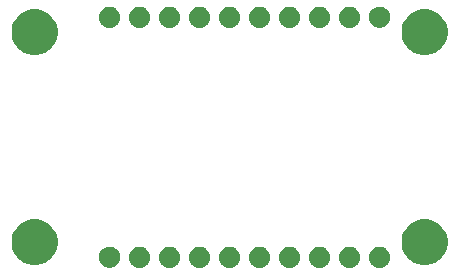
<source format=gbs>
G04 #@! TF.GenerationSoftware,KiCad,Pcbnew,(5.0.1-3-g963ef8bb5)*
G04 #@! TF.CreationDate,2018-11-24T11:15:19+01:00*
G04 #@! TF.ProjectId,FT232H,4654323332482E6B696361645F706362,rev?*
G04 #@! TF.SameCoordinates,Original*
G04 #@! TF.FileFunction,Soldermask,Bot*
G04 #@! TF.FilePolarity,Negative*
%FSLAX46Y46*%
G04 Gerber Fmt 4.6, Leading zero omitted, Abs format (unit mm)*
G04 Created by KiCad (PCBNEW (5.0.1-3-g963ef8bb5)) date Saturday, 24 November 2018 at 11:15:19*
%MOMM*%
%LPD*%
G01*
G04 APERTURE LIST*
%ADD10C,0.100000*%
G04 APERTURE END LIST*
D10*
G36*
X184238362Y-84193545D02*
X184326588Y-84202234D01*
X184439789Y-84236573D01*
X184496390Y-84253743D01*
X184634980Y-84327822D01*
X184652879Y-84337389D01*
X184688609Y-84366712D01*
X184790044Y-84449956D01*
X184873288Y-84551391D01*
X184902611Y-84587121D01*
X184902612Y-84587123D01*
X184986257Y-84743610D01*
X184986257Y-84743611D01*
X185037766Y-84913412D01*
X185055158Y-85090000D01*
X185037766Y-85266588D01*
X185003427Y-85379789D01*
X184986257Y-85436390D01*
X184943336Y-85516689D01*
X184902611Y-85592879D01*
X184873288Y-85628609D01*
X184790044Y-85730044D01*
X184717355Y-85789697D01*
X184652879Y-85842611D01*
X184652877Y-85842612D01*
X184496390Y-85926257D01*
X184439789Y-85943427D01*
X184326588Y-85977766D01*
X184238362Y-85986455D01*
X184194250Y-85990800D01*
X184105750Y-85990800D01*
X184061638Y-85986455D01*
X183973412Y-85977766D01*
X183860211Y-85943427D01*
X183803610Y-85926257D01*
X183647123Y-85842612D01*
X183647121Y-85842611D01*
X183582645Y-85789697D01*
X183509956Y-85730044D01*
X183426712Y-85628609D01*
X183397389Y-85592879D01*
X183356664Y-85516689D01*
X183313743Y-85436390D01*
X183296573Y-85379789D01*
X183262234Y-85266588D01*
X183244842Y-85090000D01*
X183262234Y-84913412D01*
X183313743Y-84743611D01*
X183313743Y-84743610D01*
X183397388Y-84587123D01*
X183397389Y-84587121D01*
X183426712Y-84551391D01*
X183509956Y-84449956D01*
X183611391Y-84366712D01*
X183647121Y-84337389D01*
X183665020Y-84327822D01*
X183803610Y-84253743D01*
X183860211Y-84236573D01*
X183973412Y-84202234D01*
X184061638Y-84193545D01*
X184105750Y-84189200D01*
X184194250Y-84189200D01*
X184238362Y-84193545D01*
X184238362Y-84193545D01*
G37*
G36*
X181698362Y-84193545D02*
X181786588Y-84202234D01*
X181899789Y-84236573D01*
X181956390Y-84253743D01*
X182094980Y-84327822D01*
X182112879Y-84337389D01*
X182148609Y-84366712D01*
X182250044Y-84449956D01*
X182333288Y-84551391D01*
X182362611Y-84587121D01*
X182362612Y-84587123D01*
X182446257Y-84743610D01*
X182446257Y-84743611D01*
X182497766Y-84913412D01*
X182515158Y-85090000D01*
X182497766Y-85266588D01*
X182463427Y-85379789D01*
X182446257Y-85436390D01*
X182403336Y-85516689D01*
X182362611Y-85592879D01*
X182333288Y-85628609D01*
X182250044Y-85730044D01*
X182177355Y-85789697D01*
X182112879Y-85842611D01*
X182112877Y-85842612D01*
X181956390Y-85926257D01*
X181899789Y-85943427D01*
X181786588Y-85977766D01*
X181698362Y-85986455D01*
X181654250Y-85990800D01*
X181565750Y-85990800D01*
X181521638Y-85986455D01*
X181433412Y-85977766D01*
X181320211Y-85943427D01*
X181263610Y-85926257D01*
X181107123Y-85842612D01*
X181107121Y-85842611D01*
X181042645Y-85789697D01*
X180969956Y-85730044D01*
X180886712Y-85628609D01*
X180857389Y-85592879D01*
X180816664Y-85516689D01*
X180773743Y-85436390D01*
X180756573Y-85379789D01*
X180722234Y-85266588D01*
X180704842Y-85090000D01*
X180722234Y-84913412D01*
X180773743Y-84743611D01*
X180773743Y-84743610D01*
X180857388Y-84587123D01*
X180857389Y-84587121D01*
X180886712Y-84551391D01*
X180969956Y-84449956D01*
X181071391Y-84366712D01*
X181107121Y-84337389D01*
X181125020Y-84327822D01*
X181263610Y-84253743D01*
X181320211Y-84236573D01*
X181433412Y-84202234D01*
X181521638Y-84193545D01*
X181565750Y-84189200D01*
X181654250Y-84189200D01*
X181698362Y-84193545D01*
X181698362Y-84193545D01*
G37*
G36*
X179158362Y-84193545D02*
X179246588Y-84202234D01*
X179359789Y-84236573D01*
X179416390Y-84253743D01*
X179554980Y-84327822D01*
X179572879Y-84337389D01*
X179608609Y-84366712D01*
X179710044Y-84449956D01*
X179793288Y-84551391D01*
X179822611Y-84587121D01*
X179822612Y-84587123D01*
X179906257Y-84743610D01*
X179906257Y-84743611D01*
X179957766Y-84913412D01*
X179975158Y-85090000D01*
X179957766Y-85266588D01*
X179923427Y-85379789D01*
X179906257Y-85436390D01*
X179863336Y-85516689D01*
X179822611Y-85592879D01*
X179793288Y-85628609D01*
X179710044Y-85730044D01*
X179637355Y-85789697D01*
X179572879Y-85842611D01*
X179572877Y-85842612D01*
X179416390Y-85926257D01*
X179359789Y-85943427D01*
X179246588Y-85977766D01*
X179158362Y-85986455D01*
X179114250Y-85990800D01*
X179025750Y-85990800D01*
X178981638Y-85986455D01*
X178893412Y-85977766D01*
X178780211Y-85943427D01*
X178723610Y-85926257D01*
X178567123Y-85842612D01*
X178567121Y-85842611D01*
X178502645Y-85789697D01*
X178429956Y-85730044D01*
X178346712Y-85628609D01*
X178317389Y-85592879D01*
X178276664Y-85516689D01*
X178233743Y-85436390D01*
X178216573Y-85379789D01*
X178182234Y-85266588D01*
X178164842Y-85090000D01*
X178182234Y-84913412D01*
X178233743Y-84743611D01*
X178233743Y-84743610D01*
X178317388Y-84587123D01*
X178317389Y-84587121D01*
X178346712Y-84551391D01*
X178429956Y-84449956D01*
X178531391Y-84366712D01*
X178567121Y-84337389D01*
X178585020Y-84327822D01*
X178723610Y-84253743D01*
X178780211Y-84236573D01*
X178893412Y-84202234D01*
X178981638Y-84193545D01*
X179025750Y-84189200D01*
X179114250Y-84189200D01*
X179158362Y-84193545D01*
X179158362Y-84193545D01*
G37*
G36*
X176618362Y-84193545D02*
X176706588Y-84202234D01*
X176819789Y-84236573D01*
X176876390Y-84253743D01*
X177014980Y-84327822D01*
X177032879Y-84337389D01*
X177068609Y-84366712D01*
X177170044Y-84449956D01*
X177253288Y-84551391D01*
X177282611Y-84587121D01*
X177282612Y-84587123D01*
X177366257Y-84743610D01*
X177366257Y-84743611D01*
X177417766Y-84913412D01*
X177435158Y-85090000D01*
X177417766Y-85266588D01*
X177383427Y-85379789D01*
X177366257Y-85436390D01*
X177323336Y-85516689D01*
X177282611Y-85592879D01*
X177253288Y-85628609D01*
X177170044Y-85730044D01*
X177097355Y-85789697D01*
X177032879Y-85842611D01*
X177032877Y-85842612D01*
X176876390Y-85926257D01*
X176819789Y-85943427D01*
X176706588Y-85977766D01*
X176618362Y-85986455D01*
X176574250Y-85990800D01*
X176485750Y-85990800D01*
X176441638Y-85986455D01*
X176353412Y-85977766D01*
X176240211Y-85943427D01*
X176183610Y-85926257D01*
X176027123Y-85842612D01*
X176027121Y-85842611D01*
X175962645Y-85789697D01*
X175889956Y-85730044D01*
X175806712Y-85628609D01*
X175777389Y-85592879D01*
X175736664Y-85516689D01*
X175693743Y-85436390D01*
X175676573Y-85379789D01*
X175642234Y-85266588D01*
X175624842Y-85090000D01*
X175642234Y-84913412D01*
X175693743Y-84743611D01*
X175693743Y-84743610D01*
X175777388Y-84587123D01*
X175777389Y-84587121D01*
X175806712Y-84551391D01*
X175889956Y-84449956D01*
X175991391Y-84366712D01*
X176027121Y-84337389D01*
X176045020Y-84327822D01*
X176183610Y-84253743D01*
X176240211Y-84236573D01*
X176353412Y-84202234D01*
X176441638Y-84193545D01*
X176485750Y-84189200D01*
X176574250Y-84189200D01*
X176618362Y-84193545D01*
X176618362Y-84193545D01*
G37*
G36*
X174078362Y-84193545D02*
X174166588Y-84202234D01*
X174279789Y-84236573D01*
X174336390Y-84253743D01*
X174474980Y-84327822D01*
X174492879Y-84337389D01*
X174528609Y-84366712D01*
X174630044Y-84449956D01*
X174713288Y-84551391D01*
X174742611Y-84587121D01*
X174742612Y-84587123D01*
X174826257Y-84743610D01*
X174826257Y-84743611D01*
X174877766Y-84913412D01*
X174895158Y-85090000D01*
X174877766Y-85266588D01*
X174843427Y-85379789D01*
X174826257Y-85436390D01*
X174783336Y-85516689D01*
X174742611Y-85592879D01*
X174713288Y-85628609D01*
X174630044Y-85730044D01*
X174557355Y-85789697D01*
X174492879Y-85842611D01*
X174492877Y-85842612D01*
X174336390Y-85926257D01*
X174279789Y-85943427D01*
X174166588Y-85977766D01*
X174078362Y-85986455D01*
X174034250Y-85990800D01*
X173945750Y-85990800D01*
X173901638Y-85986455D01*
X173813412Y-85977766D01*
X173700211Y-85943427D01*
X173643610Y-85926257D01*
X173487123Y-85842612D01*
X173487121Y-85842611D01*
X173422645Y-85789697D01*
X173349956Y-85730044D01*
X173266712Y-85628609D01*
X173237389Y-85592879D01*
X173196664Y-85516689D01*
X173153743Y-85436390D01*
X173136573Y-85379789D01*
X173102234Y-85266588D01*
X173084842Y-85090000D01*
X173102234Y-84913412D01*
X173153743Y-84743611D01*
X173153743Y-84743610D01*
X173237388Y-84587123D01*
X173237389Y-84587121D01*
X173266712Y-84551391D01*
X173349956Y-84449956D01*
X173451391Y-84366712D01*
X173487121Y-84337389D01*
X173505020Y-84327822D01*
X173643610Y-84253743D01*
X173700211Y-84236573D01*
X173813412Y-84202234D01*
X173901638Y-84193545D01*
X173945750Y-84189200D01*
X174034250Y-84189200D01*
X174078362Y-84193545D01*
X174078362Y-84193545D01*
G37*
G36*
X171538362Y-84193545D02*
X171626588Y-84202234D01*
X171739789Y-84236573D01*
X171796390Y-84253743D01*
X171934980Y-84327822D01*
X171952879Y-84337389D01*
X171988609Y-84366712D01*
X172090044Y-84449956D01*
X172173288Y-84551391D01*
X172202611Y-84587121D01*
X172202612Y-84587123D01*
X172286257Y-84743610D01*
X172286257Y-84743611D01*
X172337766Y-84913412D01*
X172355158Y-85090000D01*
X172337766Y-85266588D01*
X172303427Y-85379789D01*
X172286257Y-85436390D01*
X172243336Y-85516689D01*
X172202611Y-85592879D01*
X172173288Y-85628609D01*
X172090044Y-85730044D01*
X172017355Y-85789697D01*
X171952879Y-85842611D01*
X171952877Y-85842612D01*
X171796390Y-85926257D01*
X171739789Y-85943427D01*
X171626588Y-85977766D01*
X171538362Y-85986455D01*
X171494250Y-85990800D01*
X171405750Y-85990800D01*
X171361638Y-85986455D01*
X171273412Y-85977766D01*
X171160211Y-85943427D01*
X171103610Y-85926257D01*
X170947123Y-85842612D01*
X170947121Y-85842611D01*
X170882645Y-85789697D01*
X170809956Y-85730044D01*
X170726712Y-85628609D01*
X170697389Y-85592879D01*
X170656664Y-85516689D01*
X170613743Y-85436390D01*
X170596573Y-85379789D01*
X170562234Y-85266588D01*
X170544842Y-85090000D01*
X170562234Y-84913412D01*
X170613743Y-84743611D01*
X170613743Y-84743610D01*
X170697388Y-84587123D01*
X170697389Y-84587121D01*
X170726712Y-84551391D01*
X170809956Y-84449956D01*
X170911391Y-84366712D01*
X170947121Y-84337389D01*
X170965020Y-84327822D01*
X171103610Y-84253743D01*
X171160211Y-84236573D01*
X171273412Y-84202234D01*
X171361638Y-84193545D01*
X171405750Y-84189200D01*
X171494250Y-84189200D01*
X171538362Y-84193545D01*
X171538362Y-84193545D01*
G37*
G36*
X168998362Y-84193545D02*
X169086588Y-84202234D01*
X169199789Y-84236573D01*
X169256390Y-84253743D01*
X169394980Y-84327822D01*
X169412879Y-84337389D01*
X169448609Y-84366712D01*
X169550044Y-84449956D01*
X169633288Y-84551391D01*
X169662611Y-84587121D01*
X169662612Y-84587123D01*
X169746257Y-84743610D01*
X169746257Y-84743611D01*
X169797766Y-84913412D01*
X169815158Y-85090000D01*
X169797766Y-85266588D01*
X169763427Y-85379789D01*
X169746257Y-85436390D01*
X169703336Y-85516689D01*
X169662611Y-85592879D01*
X169633288Y-85628609D01*
X169550044Y-85730044D01*
X169477355Y-85789697D01*
X169412879Y-85842611D01*
X169412877Y-85842612D01*
X169256390Y-85926257D01*
X169199789Y-85943427D01*
X169086588Y-85977766D01*
X168998362Y-85986455D01*
X168954250Y-85990800D01*
X168865750Y-85990800D01*
X168821638Y-85986455D01*
X168733412Y-85977766D01*
X168620211Y-85943427D01*
X168563610Y-85926257D01*
X168407123Y-85842612D01*
X168407121Y-85842611D01*
X168342645Y-85789697D01*
X168269956Y-85730044D01*
X168186712Y-85628609D01*
X168157389Y-85592879D01*
X168116664Y-85516689D01*
X168073743Y-85436390D01*
X168056573Y-85379789D01*
X168022234Y-85266588D01*
X168004842Y-85090000D01*
X168022234Y-84913412D01*
X168073743Y-84743611D01*
X168073743Y-84743610D01*
X168157388Y-84587123D01*
X168157389Y-84587121D01*
X168186712Y-84551391D01*
X168269956Y-84449956D01*
X168371391Y-84366712D01*
X168407121Y-84337389D01*
X168425020Y-84327822D01*
X168563610Y-84253743D01*
X168620211Y-84236573D01*
X168733412Y-84202234D01*
X168821638Y-84193545D01*
X168865750Y-84189200D01*
X168954250Y-84189200D01*
X168998362Y-84193545D01*
X168998362Y-84193545D01*
G37*
G36*
X166458362Y-84193545D02*
X166546588Y-84202234D01*
X166659789Y-84236573D01*
X166716390Y-84253743D01*
X166854980Y-84327822D01*
X166872879Y-84337389D01*
X166908609Y-84366712D01*
X167010044Y-84449956D01*
X167093288Y-84551391D01*
X167122611Y-84587121D01*
X167122612Y-84587123D01*
X167206257Y-84743610D01*
X167206257Y-84743611D01*
X167257766Y-84913412D01*
X167275158Y-85090000D01*
X167257766Y-85266588D01*
X167223427Y-85379789D01*
X167206257Y-85436390D01*
X167163336Y-85516689D01*
X167122611Y-85592879D01*
X167093288Y-85628609D01*
X167010044Y-85730044D01*
X166937355Y-85789697D01*
X166872879Y-85842611D01*
X166872877Y-85842612D01*
X166716390Y-85926257D01*
X166659789Y-85943427D01*
X166546588Y-85977766D01*
X166458362Y-85986455D01*
X166414250Y-85990800D01*
X166325750Y-85990800D01*
X166281638Y-85986455D01*
X166193412Y-85977766D01*
X166080211Y-85943427D01*
X166023610Y-85926257D01*
X165867123Y-85842612D01*
X165867121Y-85842611D01*
X165802645Y-85789697D01*
X165729956Y-85730044D01*
X165646712Y-85628609D01*
X165617389Y-85592879D01*
X165576664Y-85516689D01*
X165533743Y-85436390D01*
X165516573Y-85379789D01*
X165482234Y-85266588D01*
X165464842Y-85090000D01*
X165482234Y-84913412D01*
X165533743Y-84743611D01*
X165533743Y-84743610D01*
X165617388Y-84587123D01*
X165617389Y-84587121D01*
X165646712Y-84551391D01*
X165729956Y-84449956D01*
X165831391Y-84366712D01*
X165867121Y-84337389D01*
X165885020Y-84327822D01*
X166023610Y-84253743D01*
X166080211Y-84236573D01*
X166193412Y-84202234D01*
X166281638Y-84193545D01*
X166325750Y-84189200D01*
X166414250Y-84189200D01*
X166458362Y-84193545D01*
X166458362Y-84193545D01*
G37*
G36*
X163918362Y-84193545D02*
X164006588Y-84202234D01*
X164119789Y-84236573D01*
X164176390Y-84253743D01*
X164314980Y-84327822D01*
X164332879Y-84337389D01*
X164368609Y-84366712D01*
X164470044Y-84449956D01*
X164553288Y-84551391D01*
X164582611Y-84587121D01*
X164582612Y-84587123D01*
X164666257Y-84743610D01*
X164666257Y-84743611D01*
X164717766Y-84913412D01*
X164735158Y-85090000D01*
X164717766Y-85266588D01*
X164683427Y-85379789D01*
X164666257Y-85436390D01*
X164623336Y-85516689D01*
X164582611Y-85592879D01*
X164553288Y-85628609D01*
X164470044Y-85730044D01*
X164397355Y-85789697D01*
X164332879Y-85842611D01*
X164332877Y-85842612D01*
X164176390Y-85926257D01*
X164119789Y-85943427D01*
X164006588Y-85977766D01*
X163918362Y-85986455D01*
X163874250Y-85990800D01*
X163785750Y-85990800D01*
X163741638Y-85986455D01*
X163653412Y-85977766D01*
X163540211Y-85943427D01*
X163483610Y-85926257D01*
X163327123Y-85842612D01*
X163327121Y-85842611D01*
X163262645Y-85789697D01*
X163189956Y-85730044D01*
X163106712Y-85628609D01*
X163077389Y-85592879D01*
X163036664Y-85516689D01*
X162993743Y-85436390D01*
X162976573Y-85379789D01*
X162942234Y-85266588D01*
X162924842Y-85090000D01*
X162942234Y-84913412D01*
X162993743Y-84743611D01*
X162993743Y-84743610D01*
X163077388Y-84587123D01*
X163077389Y-84587121D01*
X163106712Y-84551391D01*
X163189956Y-84449956D01*
X163291391Y-84366712D01*
X163327121Y-84337389D01*
X163345020Y-84327822D01*
X163483610Y-84253743D01*
X163540211Y-84236573D01*
X163653412Y-84202234D01*
X163741638Y-84193545D01*
X163785750Y-84189200D01*
X163874250Y-84189200D01*
X163918362Y-84193545D01*
X163918362Y-84193545D01*
G37*
G36*
X161422229Y-84197854D02*
X161552754Y-84223817D01*
X161716689Y-84291721D01*
X161864227Y-84390303D01*
X161989697Y-84515773D01*
X162088279Y-84663311D01*
X162156183Y-84827246D01*
X162190800Y-85001279D01*
X162190800Y-85178721D01*
X162156183Y-85352754D01*
X162088279Y-85516689D01*
X161989697Y-85664227D01*
X161864227Y-85789697D01*
X161716689Y-85888279D01*
X161552754Y-85956183D01*
X161422229Y-85982146D01*
X161378722Y-85990800D01*
X161201278Y-85990800D01*
X161157771Y-85982146D01*
X161027246Y-85956183D01*
X160863311Y-85888279D01*
X160715773Y-85789697D01*
X160590303Y-85664227D01*
X160491721Y-85516689D01*
X160423817Y-85352754D01*
X160389200Y-85178721D01*
X160389200Y-85001279D01*
X160423817Y-84827246D01*
X160491721Y-84663311D01*
X160590303Y-84515773D01*
X160715773Y-84390303D01*
X160863311Y-84291721D01*
X161027246Y-84223817D01*
X161157771Y-84197854D01*
X161201278Y-84189200D01*
X161378722Y-84189200D01*
X161422229Y-84197854D01*
X161422229Y-84197854D01*
G37*
G36*
X155509027Y-81944168D02*
X155864049Y-82091223D01*
X156183565Y-82304717D01*
X156455283Y-82576435D01*
X156668777Y-82895951D01*
X156815832Y-83250973D01*
X156890800Y-83627862D01*
X156890800Y-84012138D01*
X156815832Y-84389027D01*
X156668777Y-84744049D01*
X156455283Y-85063565D01*
X156183565Y-85335283D01*
X155864049Y-85548777D01*
X155509027Y-85695832D01*
X155132138Y-85770800D01*
X154747862Y-85770800D01*
X154370973Y-85695832D01*
X154015951Y-85548777D01*
X153696435Y-85335283D01*
X153424717Y-85063565D01*
X153211223Y-84744049D01*
X153064168Y-84389027D01*
X152989200Y-84012138D01*
X152989200Y-83627862D01*
X153064168Y-83250973D01*
X153211223Y-82895951D01*
X153424717Y-82576435D01*
X153696435Y-82304717D01*
X154015951Y-82091223D01*
X154370973Y-81944168D01*
X154747862Y-81869200D01*
X155132138Y-81869200D01*
X155509027Y-81944168D01*
X155509027Y-81944168D01*
G37*
G36*
X188529027Y-81944168D02*
X188884049Y-82091223D01*
X189203565Y-82304717D01*
X189475283Y-82576435D01*
X189688777Y-82895951D01*
X189835832Y-83250973D01*
X189910800Y-83627862D01*
X189910800Y-84012138D01*
X189835832Y-84389027D01*
X189688777Y-84744049D01*
X189475283Y-85063565D01*
X189203565Y-85335283D01*
X188884049Y-85548777D01*
X188529027Y-85695832D01*
X188152138Y-85770800D01*
X187767862Y-85770800D01*
X187390973Y-85695832D01*
X187035951Y-85548777D01*
X186716435Y-85335283D01*
X186444717Y-85063565D01*
X186231223Y-84744049D01*
X186084168Y-84389027D01*
X186009200Y-84012138D01*
X186009200Y-83627862D01*
X186084168Y-83250973D01*
X186231223Y-82895951D01*
X186444717Y-82576435D01*
X186716435Y-82304717D01*
X187035951Y-82091223D01*
X187390973Y-81944168D01*
X187767862Y-81869200D01*
X188152138Y-81869200D01*
X188529027Y-81944168D01*
X188529027Y-81944168D01*
G37*
G36*
X155509027Y-64164168D02*
X155864049Y-64311223D01*
X156183565Y-64524717D01*
X156455283Y-64796435D01*
X156668777Y-65115951D01*
X156815832Y-65470973D01*
X156890800Y-65847862D01*
X156890800Y-66232138D01*
X156815832Y-66609027D01*
X156668777Y-66964049D01*
X156455283Y-67283565D01*
X156183565Y-67555283D01*
X155864049Y-67768777D01*
X155509027Y-67915832D01*
X155132138Y-67990800D01*
X154747862Y-67990800D01*
X154370973Y-67915832D01*
X154015951Y-67768777D01*
X153696435Y-67555283D01*
X153424717Y-67283565D01*
X153211223Y-66964049D01*
X153064168Y-66609027D01*
X152989200Y-66232138D01*
X152989200Y-65847862D01*
X153064168Y-65470973D01*
X153211223Y-65115951D01*
X153424717Y-64796435D01*
X153696435Y-64524717D01*
X154015951Y-64311223D01*
X154370973Y-64164168D01*
X154747862Y-64089200D01*
X155132138Y-64089200D01*
X155509027Y-64164168D01*
X155509027Y-64164168D01*
G37*
G36*
X188529027Y-64164168D02*
X188884049Y-64311223D01*
X189203565Y-64524717D01*
X189475283Y-64796435D01*
X189688777Y-65115951D01*
X189835832Y-65470973D01*
X189910800Y-65847862D01*
X189910800Y-66232138D01*
X189835832Y-66609027D01*
X189688777Y-66964049D01*
X189475283Y-67283565D01*
X189203565Y-67555283D01*
X188884049Y-67768777D01*
X188529027Y-67915832D01*
X188152138Y-67990800D01*
X187767862Y-67990800D01*
X187390973Y-67915832D01*
X187035951Y-67768777D01*
X186716435Y-67555283D01*
X186444717Y-67283565D01*
X186231223Y-66964049D01*
X186084168Y-66609027D01*
X186009200Y-66232138D01*
X186009200Y-65847862D01*
X186084168Y-65470973D01*
X186231223Y-65115951D01*
X186444717Y-64796435D01*
X186716435Y-64524717D01*
X187035951Y-64311223D01*
X187390973Y-64164168D01*
X187767862Y-64089200D01*
X188152138Y-64089200D01*
X188529027Y-64164168D01*
X188529027Y-64164168D01*
G37*
G36*
X166458362Y-63873545D02*
X166546588Y-63882234D01*
X166659789Y-63916573D01*
X166716390Y-63933743D01*
X166854980Y-64007822D01*
X166872879Y-64017389D01*
X166908609Y-64046712D01*
X167010044Y-64129956D01*
X167093288Y-64231391D01*
X167122611Y-64267121D01*
X167122612Y-64267123D01*
X167206257Y-64423610D01*
X167206257Y-64423611D01*
X167257766Y-64593412D01*
X167275158Y-64770000D01*
X167257766Y-64946588D01*
X167223427Y-65059789D01*
X167206257Y-65116390D01*
X167163336Y-65196689D01*
X167122611Y-65272879D01*
X167093288Y-65308609D01*
X167010044Y-65410044D01*
X166937355Y-65469697D01*
X166872879Y-65522611D01*
X166872877Y-65522612D01*
X166716390Y-65606257D01*
X166659789Y-65623427D01*
X166546588Y-65657766D01*
X166458362Y-65666455D01*
X166414250Y-65670800D01*
X166325750Y-65670800D01*
X166281638Y-65666455D01*
X166193412Y-65657766D01*
X166080211Y-65623427D01*
X166023610Y-65606257D01*
X165867123Y-65522612D01*
X165867121Y-65522611D01*
X165802645Y-65469697D01*
X165729956Y-65410044D01*
X165646712Y-65308609D01*
X165617389Y-65272879D01*
X165576664Y-65196689D01*
X165533743Y-65116390D01*
X165516573Y-65059789D01*
X165482234Y-64946588D01*
X165464842Y-64770000D01*
X165482234Y-64593412D01*
X165533743Y-64423611D01*
X165533743Y-64423610D01*
X165617388Y-64267123D01*
X165617389Y-64267121D01*
X165646712Y-64231391D01*
X165729956Y-64129956D01*
X165831391Y-64046712D01*
X165867121Y-64017389D01*
X165885020Y-64007822D01*
X166023610Y-63933743D01*
X166080211Y-63916573D01*
X166193412Y-63882234D01*
X166281638Y-63873545D01*
X166325750Y-63869200D01*
X166414250Y-63869200D01*
X166458362Y-63873545D01*
X166458362Y-63873545D01*
G37*
G36*
X163918362Y-63873545D02*
X164006588Y-63882234D01*
X164119789Y-63916573D01*
X164176390Y-63933743D01*
X164314980Y-64007822D01*
X164332879Y-64017389D01*
X164368609Y-64046712D01*
X164470044Y-64129956D01*
X164553288Y-64231391D01*
X164582611Y-64267121D01*
X164582612Y-64267123D01*
X164666257Y-64423610D01*
X164666257Y-64423611D01*
X164717766Y-64593412D01*
X164735158Y-64770000D01*
X164717766Y-64946588D01*
X164683427Y-65059789D01*
X164666257Y-65116390D01*
X164623336Y-65196689D01*
X164582611Y-65272879D01*
X164553288Y-65308609D01*
X164470044Y-65410044D01*
X164397355Y-65469697D01*
X164332879Y-65522611D01*
X164332877Y-65522612D01*
X164176390Y-65606257D01*
X164119789Y-65623427D01*
X164006588Y-65657766D01*
X163918362Y-65666455D01*
X163874250Y-65670800D01*
X163785750Y-65670800D01*
X163741638Y-65666455D01*
X163653412Y-65657766D01*
X163540211Y-65623427D01*
X163483610Y-65606257D01*
X163327123Y-65522612D01*
X163327121Y-65522611D01*
X163262645Y-65469697D01*
X163189956Y-65410044D01*
X163106712Y-65308609D01*
X163077389Y-65272879D01*
X163036664Y-65196689D01*
X162993743Y-65116390D01*
X162976573Y-65059789D01*
X162942234Y-64946588D01*
X162924842Y-64770000D01*
X162942234Y-64593412D01*
X162993743Y-64423611D01*
X162993743Y-64423610D01*
X163077388Y-64267123D01*
X163077389Y-64267121D01*
X163106712Y-64231391D01*
X163189956Y-64129956D01*
X163291391Y-64046712D01*
X163327121Y-64017389D01*
X163345020Y-64007822D01*
X163483610Y-63933743D01*
X163540211Y-63916573D01*
X163653412Y-63882234D01*
X163741638Y-63873545D01*
X163785750Y-63869200D01*
X163874250Y-63869200D01*
X163918362Y-63873545D01*
X163918362Y-63873545D01*
G37*
G36*
X161378362Y-63873545D02*
X161466588Y-63882234D01*
X161579789Y-63916573D01*
X161636390Y-63933743D01*
X161774980Y-64007822D01*
X161792879Y-64017389D01*
X161828609Y-64046712D01*
X161930044Y-64129956D01*
X162013288Y-64231391D01*
X162042611Y-64267121D01*
X162042612Y-64267123D01*
X162126257Y-64423610D01*
X162126257Y-64423611D01*
X162177766Y-64593412D01*
X162195158Y-64770000D01*
X162177766Y-64946588D01*
X162143427Y-65059789D01*
X162126257Y-65116390D01*
X162083336Y-65196689D01*
X162042611Y-65272879D01*
X162013288Y-65308609D01*
X161930044Y-65410044D01*
X161857355Y-65469697D01*
X161792879Y-65522611D01*
X161792877Y-65522612D01*
X161636390Y-65606257D01*
X161579789Y-65623427D01*
X161466588Y-65657766D01*
X161378362Y-65666455D01*
X161334250Y-65670800D01*
X161245750Y-65670800D01*
X161201638Y-65666455D01*
X161113412Y-65657766D01*
X161000211Y-65623427D01*
X160943610Y-65606257D01*
X160787123Y-65522612D01*
X160787121Y-65522611D01*
X160722645Y-65469697D01*
X160649956Y-65410044D01*
X160566712Y-65308609D01*
X160537389Y-65272879D01*
X160496664Y-65196689D01*
X160453743Y-65116390D01*
X160436573Y-65059789D01*
X160402234Y-64946588D01*
X160384842Y-64770000D01*
X160402234Y-64593412D01*
X160453743Y-64423611D01*
X160453743Y-64423610D01*
X160537388Y-64267123D01*
X160537389Y-64267121D01*
X160566712Y-64231391D01*
X160649956Y-64129956D01*
X160751391Y-64046712D01*
X160787121Y-64017389D01*
X160805020Y-64007822D01*
X160943610Y-63933743D01*
X161000211Y-63916573D01*
X161113412Y-63882234D01*
X161201638Y-63873545D01*
X161245750Y-63869200D01*
X161334250Y-63869200D01*
X161378362Y-63873545D01*
X161378362Y-63873545D01*
G37*
G36*
X168998362Y-63873545D02*
X169086588Y-63882234D01*
X169199789Y-63916573D01*
X169256390Y-63933743D01*
X169394980Y-64007822D01*
X169412879Y-64017389D01*
X169448609Y-64046712D01*
X169550044Y-64129956D01*
X169633288Y-64231391D01*
X169662611Y-64267121D01*
X169662612Y-64267123D01*
X169746257Y-64423610D01*
X169746257Y-64423611D01*
X169797766Y-64593412D01*
X169815158Y-64770000D01*
X169797766Y-64946588D01*
X169763427Y-65059789D01*
X169746257Y-65116390D01*
X169703336Y-65196689D01*
X169662611Y-65272879D01*
X169633288Y-65308609D01*
X169550044Y-65410044D01*
X169477355Y-65469697D01*
X169412879Y-65522611D01*
X169412877Y-65522612D01*
X169256390Y-65606257D01*
X169199789Y-65623427D01*
X169086588Y-65657766D01*
X168998362Y-65666455D01*
X168954250Y-65670800D01*
X168865750Y-65670800D01*
X168821638Y-65666455D01*
X168733412Y-65657766D01*
X168620211Y-65623427D01*
X168563610Y-65606257D01*
X168407123Y-65522612D01*
X168407121Y-65522611D01*
X168342645Y-65469697D01*
X168269956Y-65410044D01*
X168186712Y-65308609D01*
X168157389Y-65272879D01*
X168116664Y-65196689D01*
X168073743Y-65116390D01*
X168056573Y-65059789D01*
X168022234Y-64946588D01*
X168004842Y-64770000D01*
X168022234Y-64593412D01*
X168073743Y-64423611D01*
X168073743Y-64423610D01*
X168157388Y-64267123D01*
X168157389Y-64267121D01*
X168186712Y-64231391D01*
X168269956Y-64129956D01*
X168371391Y-64046712D01*
X168407121Y-64017389D01*
X168425020Y-64007822D01*
X168563610Y-63933743D01*
X168620211Y-63916573D01*
X168733412Y-63882234D01*
X168821638Y-63873545D01*
X168865750Y-63869200D01*
X168954250Y-63869200D01*
X168998362Y-63873545D01*
X168998362Y-63873545D01*
G37*
G36*
X171538362Y-63873545D02*
X171626588Y-63882234D01*
X171739789Y-63916573D01*
X171796390Y-63933743D01*
X171934980Y-64007822D01*
X171952879Y-64017389D01*
X171988609Y-64046712D01*
X172090044Y-64129956D01*
X172173288Y-64231391D01*
X172202611Y-64267121D01*
X172202612Y-64267123D01*
X172286257Y-64423610D01*
X172286257Y-64423611D01*
X172337766Y-64593412D01*
X172355158Y-64770000D01*
X172337766Y-64946588D01*
X172303427Y-65059789D01*
X172286257Y-65116390D01*
X172243336Y-65196689D01*
X172202611Y-65272879D01*
X172173288Y-65308609D01*
X172090044Y-65410044D01*
X172017355Y-65469697D01*
X171952879Y-65522611D01*
X171952877Y-65522612D01*
X171796390Y-65606257D01*
X171739789Y-65623427D01*
X171626588Y-65657766D01*
X171538362Y-65666455D01*
X171494250Y-65670800D01*
X171405750Y-65670800D01*
X171361638Y-65666455D01*
X171273412Y-65657766D01*
X171160211Y-65623427D01*
X171103610Y-65606257D01*
X170947123Y-65522612D01*
X170947121Y-65522611D01*
X170882645Y-65469697D01*
X170809956Y-65410044D01*
X170726712Y-65308609D01*
X170697389Y-65272879D01*
X170656664Y-65196689D01*
X170613743Y-65116390D01*
X170596573Y-65059789D01*
X170562234Y-64946588D01*
X170544842Y-64770000D01*
X170562234Y-64593412D01*
X170613743Y-64423611D01*
X170613743Y-64423610D01*
X170697388Y-64267123D01*
X170697389Y-64267121D01*
X170726712Y-64231391D01*
X170809956Y-64129956D01*
X170911391Y-64046712D01*
X170947121Y-64017389D01*
X170965020Y-64007822D01*
X171103610Y-63933743D01*
X171160211Y-63916573D01*
X171273412Y-63882234D01*
X171361638Y-63873545D01*
X171405750Y-63869200D01*
X171494250Y-63869200D01*
X171538362Y-63873545D01*
X171538362Y-63873545D01*
G37*
G36*
X174078362Y-63873545D02*
X174166588Y-63882234D01*
X174279789Y-63916573D01*
X174336390Y-63933743D01*
X174474980Y-64007822D01*
X174492879Y-64017389D01*
X174528609Y-64046712D01*
X174630044Y-64129956D01*
X174713288Y-64231391D01*
X174742611Y-64267121D01*
X174742612Y-64267123D01*
X174826257Y-64423610D01*
X174826257Y-64423611D01*
X174877766Y-64593412D01*
X174895158Y-64770000D01*
X174877766Y-64946588D01*
X174843427Y-65059789D01*
X174826257Y-65116390D01*
X174783336Y-65196689D01*
X174742611Y-65272879D01*
X174713288Y-65308609D01*
X174630044Y-65410044D01*
X174557355Y-65469697D01*
X174492879Y-65522611D01*
X174492877Y-65522612D01*
X174336390Y-65606257D01*
X174279789Y-65623427D01*
X174166588Y-65657766D01*
X174078362Y-65666455D01*
X174034250Y-65670800D01*
X173945750Y-65670800D01*
X173901638Y-65666455D01*
X173813412Y-65657766D01*
X173700211Y-65623427D01*
X173643610Y-65606257D01*
X173487123Y-65522612D01*
X173487121Y-65522611D01*
X173422645Y-65469697D01*
X173349956Y-65410044D01*
X173266712Y-65308609D01*
X173237389Y-65272879D01*
X173196664Y-65196689D01*
X173153743Y-65116390D01*
X173136573Y-65059789D01*
X173102234Y-64946588D01*
X173084842Y-64770000D01*
X173102234Y-64593412D01*
X173153743Y-64423611D01*
X173153743Y-64423610D01*
X173237388Y-64267123D01*
X173237389Y-64267121D01*
X173266712Y-64231391D01*
X173349956Y-64129956D01*
X173451391Y-64046712D01*
X173487121Y-64017389D01*
X173505020Y-64007822D01*
X173643610Y-63933743D01*
X173700211Y-63916573D01*
X173813412Y-63882234D01*
X173901638Y-63873545D01*
X173945750Y-63869200D01*
X174034250Y-63869200D01*
X174078362Y-63873545D01*
X174078362Y-63873545D01*
G37*
G36*
X176618362Y-63873545D02*
X176706588Y-63882234D01*
X176819789Y-63916573D01*
X176876390Y-63933743D01*
X177014980Y-64007822D01*
X177032879Y-64017389D01*
X177068609Y-64046712D01*
X177170044Y-64129956D01*
X177253288Y-64231391D01*
X177282611Y-64267121D01*
X177282612Y-64267123D01*
X177366257Y-64423610D01*
X177366257Y-64423611D01*
X177417766Y-64593412D01*
X177435158Y-64770000D01*
X177417766Y-64946588D01*
X177383427Y-65059789D01*
X177366257Y-65116390D01*
X177323336Y-65196689D01*
X177282611Y-65272879D01*
X177253288Y-65308609D01*
X177170044Y-65410044D01*
X177097355Y-65469697D01*
X177032879Y-65522611D01*
X177032877Y-65522612D01*
X176876390Y-65606257D01*
X176819789Y-65623427D01*
X176706588Y-65657766D01*
X176618362Y-65666455D01*
X176574250Y-65670800D01*
X176485750Y-65670800D01*
X176441638Y-65666455D01*
X176353412Y-65657766D01*
X176240211Y-65623427D01*
X176183610Y-65606257D01*
X176027123Y-65522612D01*
X176027121Y-65522611D01*
X175962645Y-65469697D01*
X175889956Y-65410044D01*
X175806712Y-65308609D01*
X175777389Y-65272879D01*
X175736664Y-65196689D01*
X175693743Y-65116390D01*
X175676573Y-65059789D01*
X175642234Y-64946588D01*
X175624842Y-64770000D01*
X175642234Y-64593412D01*
X175693743Y-64423611D01*
X175693743Y-64423610D01*
X175777388Y-64267123D01*
X175777389Y-64267121D01*
X175806712Y-64231391D01*
X175889956Y-64129956D01*
X175991391Y-64046712D01*
X176027121Y-64017389D01*
X176045020Y-64007822D01*
X176183610Y-63933743D01*
X176240211Y-63916573D01*
X176353412Y-63882234D01*
X176441638Y-63873545D01*
X176485750Y-63869200D01*
X176574250Y-63869200D01*
X176618362Y-63873545D01*
X176618362Y-63873545D01*
G37*
G36*
X179158362Y-63873545D02*
X179246588Y-63882234D01*
X179359789Y-63916573D01*
X179416390Y-63933743D01*
X179554980Y-64007822D01*
X179572879Y-64017389D01*
X179608609Y-64046712D01*
X179710044Y-64129956D01*
X179793288Y-64231391D01*
X179822611Y-64267121D01*
X179822612Y-64267123D01*
X179906257Y-64423610D01*
X179906257Y-64423611D01*
X179957766Y-64593412D01*
X179975158Y-64770000D01*
X179957766Y-64946588D01*
X179923427Y-65059789D01*
X179906257Y-65116390D01*
X179863336Y-65196689D01*
X179822611Y-65272879D01*
X179793288Y-65308609D01*
X179710044Y-65410044D01*
X179637355Y-65469697D01*
X179572879Y-65522611D01*
X179572877Y-65522612D01*
X179416390Y-65606257D01*
X179359789Y-65623427D01*
X179246588Y-65657766D01*
X179158362Y-65666455D01*
X179114250Y-65670800D01*
X179025750Y-65670800D01*
X178981638Y-65666455D01*
X178893412Y-65657766D01*
X178780211Y-65623427D01*
X178723610Y-65606257D01*
X178567123Y-65522612D01*
X178567121Y-65522611D01*
X178502645Y-65469697D01*
X178429956Y-65410044D01*
X178346712Y-65308609D01*
X178317389Y-65272879D01*
X178276664Y-65196689D01*
X178233743Y-65116390D01*
X178216573Y-65059789D01*
X178182234Y-64946588D01*
X178164842Y-64770000D01*
X178182234Y-64593412D01*
X178233743Y-64423611D01*
X178233743Y-64423610D01*
X178317388Y-64267123D01*
X178317389Y-64267121D01*
X178346712Y-64231391D01*
X178429956Y-64129956D01*
X178531391Y-64046712D01*
X178567121Y-64017389D01*
X178585020Y-64007822D01*
X178723610Y-63933743D01*
X178780211Y-63916573D01*
X178893412Y-63882234D01*
X178981638Y-63873545D01*
X179025750Y-63869200D01*
X179114250Y-63869200D01*
X179158362Y-63873545D01*
X179158362Y-63873545D01*
G37*
G36*
X181698362Y-63873545D02*
X181786588Y-63882234D01*
X181899789Y-63916573D01*
X181956390Y-63933743D01*
X182094980Y-64007822D01*
X182112879Y-64017389D01*
X182148609Y-64046712D01*
X182250044Y-64129956D01*
X182333288Y-64231391D01*
X182362611Y-64267121D01*
X182362612Y-64267123D01*
X182446257Y-64423610D01*
X182446257Y-64423611D01*
X182497766Y-64593412D01*
X182515158Y-64770000D01*
X182497766Y-64946588D01*
X182463427Y-65059789D01*
X182446257Y-65116390D01*
X182403336Y-65196689D01*
X182362611Y-65272879D01*
X182333288Y-65308609D01*
X182250044Y-65410044D01*
X182177355Y-65469697D01*
X182112879Y-65522611D01*
X182112877Y-65522612D01*
X181956390Y-65606257D01*
X181899789Y-65623427D01*
X181786588Y-65657766D01*
X181698362Y-65666455D01*
X181654250Y-65670800D01*
X181565750Y-65670800D01*
X181521638Y-65666455D01*
X181433412Y-65657766D01*
X181320211Y-65623427D01*
X181263610Y-65606257D01*
X181107123Y-65522612D01*
X181107121Y-65522611D01*
X181042645Y-65469697D01*
X180969956Y-65410044D01*
X180886712Y-65308609D01*
X180857389Y-65272879D01*
X180816664Y-65196689D01*
X180773743Y-65116390D01*
X180756573Y-65059789D01*
X180722234Y-64946588D01*
X180704842Y-64770000D01*
X180722234Y-64593412D01*
X180773743Y-64423611D01*
X180773743Y-64423610D01*
X180857388Y-64267123D01*
X180857389Y-64267121D01*
X180886712Y-64231391D01*
X180969956Y-64129956D01*
X181071391Y-64046712D01*
X181107121Y-64017389D01*
X181125020Y-64007822D01*
X181263610Y-63933743D01*
X181320211Y-63916573D01*
X181433412Y-63882234D01*
X181521638Y-63873545D01*
X181565750Y-63869200D01*
X181654250Y-63869200D01*
X181698362Y-63873545D01*
X181698362Y-63873545D01*
G37*
G36*
X184282229Y-63877854D02*
X184412754Y-63903817D01*
X184576689Y-63971721D01*
X184724227Y-64070303D01*
X184849697Y-64195773D01*
X184948279Y-64343311D01*
X185016183Y-64507246D01*
X185050800Y-64681279D01*
X185050800Y-64858721D01*
X185016183Y-65032754D01*
X184948279Y-65196689D01*
X184849697Y-65344227D01*
X184724227Y-65469697D01*
X184576689Y-65568279D01*
X184412754Y-65636183D01*
X184282229Y-65662146D01*
X184238722Y-65670800D01*
X184061278Y-65670800D01*
X184017771Y-65662146D01*
X183887246Y-65636183D01*
X183723311Y-65568279D01*
X183575773Y-65469697D01*
X183450303Y-65344227D01*
X183351721Y-65196689D01*
X183283817Y-65032754D01*
X183249200Y-64858721D01*
X183249200Y-64681279D01*
X183283817Y-64507246D01*
X183351721Y-64343311D01*
X183450303Y-64195773D01*
X183575773Y-64070303D01*
X183723311Y-63971721D01*
X183887246Y-63903817D01*
X184017771Y-63877854D01*
X184061278Y-63869200D01*
X184238722Y-63869200D01*
X184282229Y-63877854D01*
X184282229Y-63877854D01*
G37*
M02*

</source>
